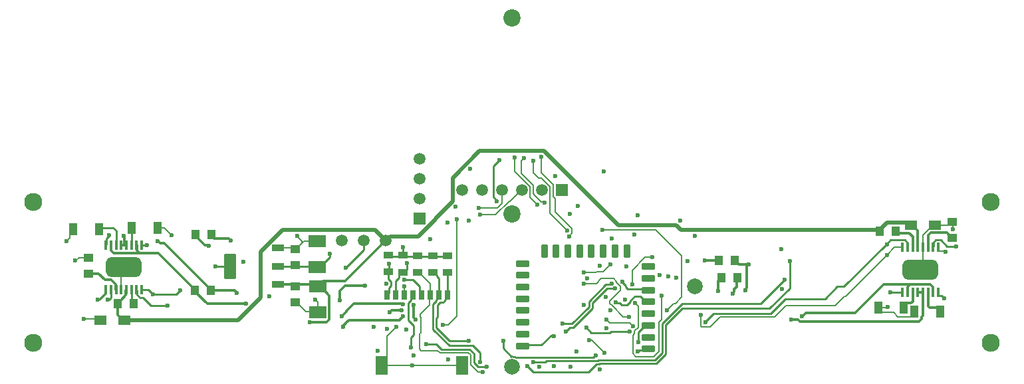
<source format=gbl>
G04*
G04 #@! TF.GenerationSoftware,Altium Limited,Altium Designer,21.3.2 (30)*
G04*
G04 Layer_Physical_Order=4*
G04 Layer_Color=16711680*
%FSLAX43Y43*%
%MOMM*%
G71*
G04*
G04 #@! TF.SameCoordinates,FC902942-77D8-4BC3-8EBF-9AFE0F54990F*
G04*
G04*
G04 #@! TF.FilePolarity,Positive*
G04*
G01*
G75*
%ADD16C,0.203*%
%ADD18R,1.067X1.524*%
%ADD19R,1.270X1.016*%
%ADD30R,1.270X0.889*%
%ADD32R,1.016X1.270*%
%ADD68C,0.254*%
%ADD69C,0.305*%
%ADD70C,0.508*%
%ADD71C,1.500*%
%ADD72C,2.000*%
%ADD73C,2.200*%
%ADD74C,2.300*%
%ADD75C,2.300*%
%ADD76C,0.700*%
%ADD77R,1.500X1.500*%
%ADD78R,1.500X1.500*%
%ADD79C,0.600*%
G04:AMPARAMS|DCode=80|XSize=0.9mm|YSize=1.7mm|CornerRadius=0.225mm|HoleSize=0mm|Usage=FLASHONLY|Rotation=270.000|XOffset=0mm|YOffset=0mm|HoleType=Round|Shape=RoundedRectangle|*
%AMROUNDEDRECTD80*
21,1,0.900,1.250,0,0,270.0*
21,1,0.450,1.700,0,0,270.0*
1,1,0.450,-0.625,-0.225*
1,1,0.450,-0.625,0.225*
1,1,0.450,0.625,0.225*
1,1,0.450,0.625,-0.225*
%
%ADD80ROUNDEDRECTD80*%
G04:AMPARAMS|DCode=81|XSize=0.9mm|YSize=1.7mm|CornerRadius=0.225mm|HoleSize=0mm|Usage=FLASHONLY|Rotation=0.000|XOffset=0mm|YOffset=0mm|HoleType=Round|Shape=RoundedRectangle|*
%AMROUNDEDRECTD81*
21,1,0.900,1.250,0,0,0.0*
21,1,0.450,1.700,0,0,0.0*
1,1,0.450,0.225,-0.625*
1,1,0.450,-0.225,-0.625*
1,1,0.450,-0.225,0.625*
1,1,0.450,0.225,0.625*
%
%ADD81ROUNDEDRECTD81*%
%ADD82R,1.500X2.400*%
%ADD83R,0.800X1.300*%
G04:AMPARAMS|DCode=84|XSize=0.9mm|YSize=1.45mm|CornerRadius=0.05mm|HoleSize=0mm|Usage=FLASHONLY|Rotation=90.000|XOffset=0mm|YOffset=0mm|HoleType=Round|Shape=RoundedRectangle|*
%AMROUNDEDRECTD84*
21,1,0.900,1.351,0,0,90.0*
21,1,0.801,1.450,0,0,90.0*
1,1,0.099,0.676,0.401*
1,1,0.099,0.676,-0.401*
1,1,0.099,-0.676,-0.401*
1,1,0.099,-0.676,0.401*
%
%ADD84ROUNDEDRECTD84*%
G04:AMPARAMS|DCode=85|XSize=3.15mm|YSize=1.45mm|CornerRadius=0.051mm|HoleSize=0mm|Usage=FLASHONLY|Rotation=90.000|XOffset=0mm|YOffset=0mm|HoleType=Round|Shape=RoundedRectangle|*
%AMROUNDEDRECTD85*
21,1,3.150,1.349,0,0,90.0*
21,1,3.049,1.450,0,0,90.0*
1,1,0.102,0.674,1.524*
1,1,0.102,0.674,-1.524*
1,1,0.102,-0.674,-1.524*
1,1,0.102,-0.674,1.524*
%
%ADD85ROUNDEDRECTD85*%
G04:AMPARAMS|DCode=86|XSize=2.5mm|YSize=4.5mm|CornerRadius=0.625mm|HoleSize=0mm|Usage=FLASHONLY|Rotation=90.000|XOffset=0mm|YOffset=0mm|HoleType=Round|Shape=RoundedRectangle|*
%AMROUNDEDRECTD86*
21,1,2.500,3.250,0,0,90.0*
21,1,1.250,4.500,0,0,90.0*
1,1,1.250,1.625,0.625*
1,1,1.250,1.625,-0.625*
1,1,1.250,-1.625,-0.625*
1,1,1.250,-1.625,0.625*
%
%ADD86ROUNDEDRECTD86*%
G04:AMPARAMS|DCode=87|XSize=0.4mm|YSize=1.2mm|CornerRadius=0.05mm|HoleSize=0mm|Usage=FLASHONLY|Rotation=0.000|XOffset=0mm|YOffset=0mm|HoleType=Round|Shape=RoundedRectangle|*
%AMROUNDEDRECTD87*
21,1,0.400,1.100,0,0,0.0*
21,1,0.300,1.200,0,0,0.0*
1,1,0.100,0.150,-0.550*
1,1,0.100,-0.150,-0.550*
1,1,0.100,-0.150,0.550*
1,1,0.100,0.150,0.550*
%
%ADD87ROUNDEDRECTD87*%
%ADD88R,2.286X1.626*%
%ADD89R,1.575X1.219*%
D16*
X45715Y50650D02*
X52110D01*
X32151Y57494D02*
X33656D01*
X33700Y57450D01*
X77111Y52467D02*
Y56168D01*
X77450Y56507D02*
Y59551D01*
X77111Y56168D02*
X77450Y56507D01*
X76431Y51786D02*
X77111Y52467D01*
X70013Y67955D02*
X76710D01*
X80055Y64610D01*
X69992Y67975D02*
X70013Y67955D01*
X67561Y61100D02*
X69203D01*
X67553Y61092D02*
X67561Y61100D01*
X67574Y62520D02*
X69120D01*
X71705Y61201D02*
Y61351D01*
X67553Y62541D02*
X67574Y62520D01*
X69808Y61705D02*
X71351D01*
X71705Y61351D01*
Y61201D02*
X72205Y60701D01*
X69203Y61100D02*
X69808Y61705D01*
X74110Y58579D02*
X74500Y58190D01*
X74110Y58579D02*
Y58655D01*
X74500Y55507D02*
Y58190D01*
X70900Y58554D02*
Y58895D01*
Y58554D02*
X71199Y58255D01*
X71201D01*
X72617Y56839D01*
X73319D01*
X68220Y53846D02*
X68611D01*
X70170Y52287D01*
X56551Y70751D02*
X57150Y71350D01*
X50329Y55800D02*
X51450Y56921D01*
X49639Y55800D02*
X50329D01*
X51450Y56921D02*
Y69300D01*
X112798Y65252D02*
X113648D01*
Y65098D02*
Y65252D01*
X73750Y62795D02*
X75405Y64450D01*
X76300D01*
X59650Y76750D02*
X60000Y77100D01*
X59650Y75106D02*
Y76750D01*
Y75106D02*
X61175Y73581D01*
X58800Y75382D02*
X60127Y74055D01*
X60745Y72083D02*
Y73437D01*
X60127Y74055D02*
X60127D01*
X60745Y73437D01*
X58800Y75382D02*
Y77150D01*
X61175Y72563D02*
Y73581D01*
X61200Y72450D02*
Y72538D01*
X61175Y72563D02*
X61200Y72538D01*
Y72450D02*
X62184Y71466D01*
X61647Y71148D02*
Y71181D01*
X60745Y72083D02*
X61647Y71181D01*
X62534Y71466D02*
X62610Y71390D01*
X62184Y71466D02*
X62534D01*
X73750Y60980D02*
Y62795D01*
X78185Y57707D02*
X79048Y58570D01*
X78152Y57707D02*
X78185D01*
X82588Y55550D02*
X83700D01*
X63950Y70205D02*
Y71889D01*
X66100Y67505D02*
Y68055D01*
X63950Y70205D02*
X66100Y68055D01*
X69200Y62600D02*
X70050D01*
X70950Y63500D01*
X69120Y62520D02*
X69200Y62600D01*
X46869Y52558D02*
X48982D01*
X49290Y52250D01*
X52887D01*
X46645Y52782D02*
X46869Y52558D01*
X52887Y52250D02*
X53162Y51975D01*
Y50727D02*
Y51975D01*
Y50727D02*
X54102Y49786D01*
X54747D01*
X44694Y59692D02*
Y60752D01*
Y59692D02*
X44737Y59650D01*
X70450Y56500D02*
X70863Y56087D01*
X73397D01*
X73810Y55673D01*
X46750Y56805D02*
X46800Y56755D01*
X46645Y54691D02*
X46800Y54846D01*
X46645Y52782D02*
Y54691D01*
X46800Y54846D02*
Y56755D01*
X74208Y51786D02*
X76431D01*
X73845Y54476D02*
X74054Y54685D01*
X73845Y52149D02*
Y54476D01*
Y52149D02*
X74208Y51786D01*
X74054Y54685D02*
Y55061D01*
X74500Y55507D01*
X70900Y58895D02*
X72205Y60199D01*
Y60701D01*
X80055Y59361D02*
Y64610D01*
X79048Y58570D02*
X79264D01*
X80055Y59361D01*
X82469Y55669D02*
Y57061D01*
X82461Y57069D02*
X82469Y57061D01*
X31097Y67072D02*
X31713Y66455D01*
X31097Y67072D02*
Y67193D01*
X31713Y66237D02*
Y66455D01*
X65700Y67105D02*
X66100Y67505D01*
X65700Y67050D02*
Y67105D01*
X54200Y70751D02*
X56551D01*
X57150Y71350D02*
Y73000D01*
X54401Y69850D02*
X56363D01*
X58077Y71564D01*
X41850Y50650D02*
X52110D01*
X114550Y68022D02*
Y68882D01*
X114450Y68982D02*
X114550Y68882D01*
X106250Y58050D02*
X106300Y58100D01*
X105150Y58050D02*
X106250D01*
X33350Y59050D02*
X33700Y58700D01*
Y57450D02*
Y58700D01*
X46750Y56805D02*
Y57200D01*
X31713Y66237D02*
X31927Y66450D01*
X30927Y65450D02*
X31713Y66237D01*
X30977Y58668D02*
X32151Y57494D01*
X3950Y56550D02*
X5900D01*
X6000Y56450D01*
X1700Y66450D02*
X2167Y66917D01*
Y67467D02*
X2700Y68000D01*
X2167Y66917D02*
Y67467D01*
X2905Y64000D02*
X3305Y64400D01*
X4500D01*
X2850Y64000D02*
X2905D01*
X14150Y68200D02*
X15100Y67250D01*
X13200Y68200D02*
X14150D01*
X30850Y58668D02*
X30977D01*
X42498Y54348D02*
X43700Y55550D01*
X42498Y51298D02*
Y54348D01*
X41850Y50650D02*
X42498Y51298D01*
X30650Y65600D02*
X30800Y65450D01*
X28675Y65600D02*
X30650D01*
X31927Y66450D02*
X33650D01*
X30800Y65450D02*
X30927D01*
X83700Y55550D02*
X84950Y56800D01*
X82469Y55669D02*
X82588Y55550D01*
X84950Y56800D02*
X91850D01*
X93350Y58300D02*
X95600D01*
X95650Y58250D01*
X91850Y56800D02*
X93350Y58300D01*
X105150Y57720D02*
X105480Y57390D01*
X107585Y56800D02*
X109100D01*
X105150Y57720D02*
Y58050D01*
X105480Y57390D02*
X106995D01*
X107585Y56800D01*
X109267Y56840D02*
X109800Y57373D01*
X109140Y56840D02*
X109267D01*
X109800Y57373D02*
Y57500D01*
X109100Y56800D02*
X109140Y56840D01*
X113891Y68550D02*
X114323Y68982D01*
X114450D01*
X112250Y68550D02*
X113891D01*
X95650Y58250D02*
X99550D01*
X100800Y59500D01*
X100950D01*
X106200Y64750D01*
X110425Y63619D02*
X110750Y63944D01*
Y65700D01*
X110425Y63485D02*
Y63619D01*
X107150Y65700D02*
X108150D01*
X106200Y64750D02*
X107150Y65700D01*
X112700Y65350D02*
X112798Y65252D01*
X112700Y65350D02*
Y65700D01*
X110750Y67228D02*
X112072Y68550D01*
X110750Y65700D02*
Y67228D01*
X112072Y68550D02*
X112250D01*
X58214Y71564D02*
X59650Y73000D01*
X59690D01*
X58077Y71564D02*
X58214D01*
X61145Y75205D02*
Y76702D01*
Y75205D02*
X61800Y74550D01*
X62150Y75200D02*
Y77216D01*
Y75200D02*
X63700Y73650D01*
X62172Y74550D02*
X63285Y73437D01*
X63700Y72139D02*
X63950Y71889D01*
X63700Y72139D02*
Y73650D01*
X63285Y71761D02*
Y73437D01*
X61800Y74550D02*
X62172D01*
X63250Y70050D02*
Y71726D01*
X63285Y71761D01*
X63250Y70050D02*
X65445Y67855D01*
X47918Y59532D02*
X48037Y59650D01*
X46750Y57200D02*
X47918Y58368D01*
Y59532D01*
X48037Y59650D02*
Y61080D01*
X46583Y62534D02*
X48037Y61080D01*
X46456Y62534D02*
X46583D01*
X8675Y62825D02*
X9000Y63150D01*
X8675Y60300D02*
Y62825D01*
D18*
X5850Y68000D02*
D03*
X2598D02*
D03*
X108300Y58050D02*
D03*
X105048D02*
D03*
X10050Y68200D02*
D03*
X13302D02*
D03*
X112950Y57500D02*
D03*
X109698D02*
D03*
D19*
X114450Y66950D02*
D03*
Y68982D02*
D03*
X30800Y63418D02*
D03*
Y65450D02*
D03*
X30850Y60700D02*
D03*
Y58668D02*
D03*
X4500Y64400D02*
D03*
Y62368D02*
D03*
D30*
X44576Y64679D02*
D03*
Y62521D02*
D03*
X42696Y64712D02*
D03*
Y62553D02*
D03*
X50215Y64630D02*
D03*
Y62471D02*
D03*
X48335Y64630D02*
D03*
Y62471D02*
D03*
X46456Y64630D02*
D03*
Y62471D02*
D03*
D32*
X84768Y64050D02*
D03*
X86800D02*
D03*
X87100Y61800D02*
D03*
X85068D02*
D03*
X20100Y60200D02*
D03*
X18068D02*
D03*
X18150Y67300D02*
D03*
X20182D02*
D03*
X107250Y67800D02*
D03*
X105218D02*
D03*
X8200Y58500D02*
D03*
X10232D02*
D03*
D68*
X58820Y51712D02*
G03*
X58370Y51780I-420J-1262D01*
G01*
X58820Y51712D02*
G03*
X58896Y51700I78J242D01*
G01*
X39525Y66575D02*
X39550Y66600D01*
X37250Y63100D02*
X39525Y65375D01*
Y66575D01*
X77543Y55989D02*
X80104Y58550D01*
X78000Y55800D02*
X80100Y57900D01*
X76610Y51354D02*
X77543Y52288D01*
X78000Y52099D02*
Y55800D01*
X76799Y50897D02*
X78000Y52099D01*
X77543Y52288D02*
Y55989D01*
X80104Y58550D02*
X90109D01*
X92539Y60980D01*
X80100Y57900D02*
X91241D01*
X93800Y60459D02*
Y63950D01*
X92539Y60980D02*
X92580D01*
X93150Y61550D01*
X91241Y57900D02*
X93800Y60459D01*
X42696Y61679D02*
Y62616D01*
Y61679D02*
X43030Y61345D01*
X42530Y59636D02*
X42803Y59909D01*
Y60562D01*
X43030Y60789D01*
Y61345D01*
X63684Y54466D02*
X63750Y54400D01*
X63450Y54500D02*
X63484Y54466D01*
X63684D01*
X62200Y53250D02*
X63450Y54500D01*
X60412Y50588D02*
X61180Y49820D01*
X68184D02*
X69150Y50786D01*
X61180Y49820D02*
X68184D01*
X69334Y51243D02*
X69446Y51354D01*
X69006Y51900D02*
X69100D01*
X62861Y51243D02*
X69334D01*
X68806Y51700D02*
X69006Y51900D01*
X58896Y51700D02*
X68806D01*
X61112Y51070D02*
X61122Y51080D01*
X62698D02*
X62861Y51243D01*
X61122Y51080D02*
X62698D01*
X72412Y58400D02*
X73107D01*
X73494Y58788D02*
Y58930D01*
X73107Y58400D02*
X73494Y58788D01*
X74064Y59500D02*
X74743D01*
X73494Y58930D02*
X74064Y59500D01*
X69150Y50786D02*
X69524D01*
X69635Y50897D02*
X76799D01*
X69524Y50786D02*
X69635Y50897D01*
X71671Y58639D02*
X72174D01*
X72412Y58400D01*
X71604Y58705D02*
X71671Y58639D01*
X70548Y60450D02*
X71600D01*
X70402Y60951D02*
X70850D01*
X68230Y58779D02*
X70402Y60951D01*
X66041Y55950D02*
X68230Y58139D01*
Y58779D01*
X68687Y57950D02*
Y58590D01*
X66231Y55493D02*
X68687Y57950D01*
X64850Y55950D02*
X66041D01*
X65843Y55493D02*
X66231D01*
X68687Y58590D02*
X70548Y60450D01*
X42696Y62616D02*
X42777Y62697D01*
X56070Y72124D02*
Y76070D01*
X56800Y76800D01*
X42777Y62697D02*
Y63577D01*
X56500Y71600D02*
Y71694D01*
X113833Y65800D02*
X114960D01*
X113006Y66627D02*
X113833Y65800D01*
X106069Y66100D02*
X106150D01*
X106050D02*
X106069D01*
X106596Y66627D01*
X100669Y60700D02*
X106069Y66100D01*
X73201Y60350D02*
X75800D01*
X67900Y55450D02*
X68550Y54800D01*
X70900D01*
X71036Y54936D01*
X73449D01*
X47512Y53350D02*
X48800D01*
X47500Y53338D02*
X47512Y53350D01*
X48800D02*
X49450Y52700D01*
X53050D01*
X53605Y52145D01*
X50453Y53800D02*
X52900D01*
X50437Y53170D02*
X53430D01*
X48344Y55264D02*
X50437Y53170D01*
X53430D02*
X54348Y52252D01*
X53605Y51000D02*
Y52145D01*
Y51000D02*
X54115Y50490D01*
X54133D01*
X54162Y50462D01*
X54348Y51148D02*
Y52252D01*
Y51148D02*
X54376Y51120D01*
X54162Y50462D02*
X55188D01*
X44694Y61573D02*
X45827D01*
X45220Y58600D02*
X45564Y58944D01*
Y59377D01*
X45220Y56430D02*
Y58600D01*
Y56430D02*
X45879Y55771D01*
X59800Y53150D02*
X59900Y53250D01*
X62200D01*
X74731Y52588D02*
X75537D01*
X69446Y51354D02*
X76610D01*
X74550Y53600D02*
Y54900D01*
X75123Y55473D01*
Y55850D01*
X74543Y52400D02*
X74731Y52588D01*
X74450Y52400D02*
X74543D01*
X72907Y60644D02*
Y60823D01*
X72458Y61272D02*
Y61337D01*
X72907Y60644D02*
X73201Y60350D01*
X72458Y61272D02*
X72907Y60823D01*
X74743Y59500D02*
X75393Y58850D01*
X75800D01*
X65300Y54950D02*
X65843Y55493D01*
X57300Y52850D02*
X58370Y51780D01*
X57300Y52850D02*
Y53750D01*
X75537Y52588D02*
X75800Y52850D01*
X8870Y56450D02*
X9048D01*
X56070Y72124D02*
X56500Y71694D01*
X106650Y60000D02*
X108150D01*
X113173Y59527D02*
X113475Y59225D01*
X112700Y59600D02*
X112773Y59527D01*
X113173D01*
X112700Y59600D02*
Y60000D01*
X45827Y61573D02*
X46664Y60736D01*
X45550Y54217D02*
X45879Y54547D01*
Y55771D01*
X45550Y52900D02*
Y54217D01*
X28675Y63300D02*
X33498D01*
X35250Y64418D02*
Y64850D01*
X33980Y63148D02*
X35250Y64418D01*
X33650Y63148D02*
X33980D01*
X20697Y63300D02*
X22525D01*
X15687Y59750D02*
X16187Y60250D01*
X12756Y59750D02*
X15687D01*
X13500Y58300D02*
X14550D01*
X13450Y58250D02*
X13500Y58300D01*
X42778Y64566D02*
X46456D01*
X83100Y56271D02*
X84107Y57278D01*
X83100Y56200D02*
Y56271D01*
X84107Y57278D02*
X91378D01*
X93250Y59150D01*
X98300D01*
X99850Y60700D01*
X100669D01*
X108727Y65773D02*
Y66356D01*
X106596Y66627D02*
X108456D01*
X108727Y65773D02*
X108800Y65700D01*
X108456Y66627D02*
X108727Y66356D01*
X112394Y66627D02*
X113006D01*
X112050Y65700D02*
X112123Y65773D01*
Y66356D01*
X112394Y66627D01*
X48801Y56665D02*
X48950Y56814D01*
X48801Y55453D02*
Y56665D01*
Y55453D02*
X50453Y53800D01*
X48344Y56854D02*
X48350Y56860D01*
X48344Y55264D02*
Y56854D01*
X48350Y56860D02*
Y58451D01*
X48950Y56814D02*
Y58363D01*
X49260Y58673D01*
X49672D01*
X49864Y58865D02*
Y59027D01*
X49672Y58673D02*
X49864Y58865D01*
Y59027D02*
X50237Y59400D01*
Y59650D01*
X49137Y59400D02*
Y61733D01*
X48764Y58865D02*
Y59027D01*
X49137Y59400D01*
X48350Y58451D02*
X48764Y58865D01*
X44576Y64616D02*
Y65726D01*
X46664Y59923D02*
Y60736D01*
Y59923D02*
X46937Y59650D01*
X45049Y63700D02*
X45081Y63668D01*
X44576Y62584D02*
X44827D01*
X44449D02*
X44576D01*
X44827D02*
X45081Y62838D01*
Y63668D01*
X45049Y63700D02*
X45081Y63732D01*
X48335Y64566D02*
X50215D01*
X46456D02*
X48335D01*
X42696Y64648D02*
X42778Y64566D01*
X50215Y59671D02*
Y62534D01*
Y59671D02*
X50237Y59650D01*
X48335Y62534D02*
X48462D01*
X48843Y62153D01*
Y62026D02*
Y62153D01*
Y62026D02*
X49137Y61733D01*
X43637Y59650D02*
Y61437D01*
X44068Y61868D01*
Y62203D02*
X44449Y62584D01*
X44068Y61868D02*
Y62203D01*
X45564Y59377D02*
X45837Y59650D01*
X33498Y63300D02*
X33650Y63148D01*
X12450Y58250D02*
X13450D01*
X12695Y59689D02*
X12756Y59750D01*
X11275Y60300D02*
X12084D01*
X12695Y59689D01*
X6725Y59900D02*
Y60300D01*
X5941Y59116D02*
X6725Y59900D01*
X11430Y59270D02*
X12450Y58250D01*
X11067Y59270D02*
X11430D01*
X10698Y59639D02*
X11067Y59270D01*
X10698Y59639D02*
Y60227D01*
X10625Y60300D02*
X10698Y60227D01*
X7000Y59000D02*
X7100D01*
X7375Y59275D01*
Y60300D01*
X9975Y58757D02*
Y60300D01*
Y58757D02*
X10232Y58500D01*
X6798Y66073D02*
Y66804D01*
X6725Y66000D02*
X6798Y66073D01*
Y66804D02*
X7150Y67156D01*
Y67250D01*
X11275Y66000D02*
X11950D01*
X9975Y68023D02*
X10152Y68200D01*
X9975Y66000D02*
Y68023D01*
X5948Y68200D02*
X7650D01*
X5748Y68000D02*
X5948Y68200D01*
X8025Y66000D02*
Y67825D01*
X7650Y68200D02*
X8025Y67825D01*
D69*
X37225Y60800D02*
X39700D01*
X36539Y60114D02*
X37225Y60800D01*
X36539Y58940D02*
Y60114D01*
X42950Y57471D02*
Y57495D01*
X42876Y57397D02*
X42950Y57471D01*
X37700Y56450D02*
X44109D01*
X37387Y56137D02*
X37700Y56450D01*
X44109D02*
X44590Y56931D01*
X42950Y57495D02*
X43151Y57696D01*
X44347D01*
X37343Y57493D02*
Y57593D01*
X36750Y56900D02*
X37343Y57493D01*
X37387Y56117D02*
Y56137D01*
X36900Y55630D02*
X37387Y56117D01*
X36900Y55550D02*
Y55630D01*
X37343Y57593D02*
X38268Y58518D01*
X32740Y56134D02*
X34838D01*
X35195Y56491D01*
Y59587D01*
X34030Y60752D02*
X35195Y59587D01*
X30850Y60700D02*
Y61000D01*
Y60700D02*
Y61000D01*
X45896Y56788D02*
Y58304D01*
Y56788D02*
X46195Y56489D01*
X38268Y58518D02*
X44263D01*
X30850Y60700D02*
Y61000D01*
X95078Y56256D02*
X110248D01*
X94815Y56519D02*
X95078Y56256D01*
X94031Y56519D02*
X94815D01*
X23100Y60200D02*
X23400Y59900D01*
X20100Y60200D02*
X23100D01*
X13426Y66500D02*
X13676Y66250D01*
X14177D01*
X13350Y66500D02*
X13426D01*
X14177Y66250D02*
X20100Y60327D01*
X9050Y66000D02*
Y67100D01*
X86550Y59800D02*
Y59880D01*
X34360Y61412D02*
X37162D01*
X42350Y66600D01*
X30850Y60700D02*
Y61000D01*
X33700Y60752D02*
X33783Y60835D01*
X34360Y61412D01*
X30850Y61000D02*
X33617D01*
X18068Y60073D02*
Y60200D01*
Y60073D02*
X19641Y58500D01*
X24543D01*
X22366Y66817D02*
X22620Y66563D01*
X20538Y66817D02*
X22366D01*
X20100Y60200D02*
Y60327D01*
X13395Y65000D02*
X18068Y60327D01*
X11006Y65000D02*
X13395D01*
X18068Y60200D02*
Y60327D01*
X20182Y67173D02*
X20538Y66817D01*
X20182Y67173D02*
Y67300D01*
X18150Y67173D02*
X19359Y65964D01*
X19801D02*
X19857Y65907D01*
X18150Y67173D02*
Y67300D01*
X19359Y65964D02*
X19801D01*
X87050Y61750D02*
X87100Y61800D01*
X86750Y60358D02*
X87050Y60658D01*
Y61750D01*
X86550Y59880D02*
X86750Y60080D01*
Y60358D01*
X88350Y60530D02*
Y63270D01*
X88150Y60330D02*
X88350Y60530D01*
X88150Y60250D02*
Y60330D01*
X110248Y56256D02*
X110584Y56592D01*
X95869Y57350D02*
X102150D01*
X95430Y56911D02*
X95869Y57350D01*
X95350Y56911D02*
X95430D01*
X84712Y61444D02*
X85068Y61800D01*
X84712Y60212D02*
Y61444D01*
X83018Y64050D02*
X84768D01*
X87300Y63550D02*
X88550D01*
X87283Y63567D02*
X87300Y63550D01*
X86800Y63923D02*
Y64050D01*
Y63923D02*
X87156Y63567D01*
X87283D01*
X107250Y67800D02*
X107550Y67500D01*
X107582D01*
X109450Y65700D02*
Y67050D01*
X109000Y67500D02*
X109450Y67050D01*
X107582Y67500D02*
X109000D01*
X28675Y61000D02*
X30850D01*
X102150Y57350D02*
X105752Y60952D01*
X109133D01*
X110584Y56592D02*
Y56834D01*
X110750Y57000D01*
Y60000D01*
X112848Y57500D02*
X112898D01*
X111400Y58188D02*
Y60000D01*
Y58188D02*
X111579Y58010D01*
X112619D01*
X112898Y57730D01*
Y57500D02*
Y57730D01*
X109271Y58614D02*
X109450Y58793D01*
X108665Y58614D02*
X109271D01*
X108349Y58299D02*
X108665Y58614D01*
X109450Y58793D02*
Y60000D01*
X108198Y58050D02*
X108349Y58201D01*
Y58299D01*
X108800Y60000D02*
X108848Y60048D01*
Y60667D01*
X109133Y60952D01*
X111717D01*
X112002Y60667D01*
Y60048D02*
Y60667D01*
Y60048D02*
X112050Y60000D01*
X110100D02*
X110750D01*
X111400Y65700D02*
Y67232D01*
X111756Y67588D01*
X113967Y67306D02*
X114323Y66950D01*
X113183Y67588D02*
X113195Y67600D01*
X113789D02*
X113967Y67421D01*
X114323Y66950D02*
X114450D01*
X111756Y67588D02*
X113183D01*
X113967Y67306D02*
Y67421D01*
X113195Y67600D02*
X113789D01*
X109202Y68550D02*
X109380D01*
X110100Y65700D02*
Y67830D01*
X109380Y68550D02*
X110100Y67830D01*
X33783Y60835D02*
X33865Y60752D01*
X33617Y61000D02*
X33783Y60835D01*
X33865Y60752D02*
X34030D01*
X8200Y57120D02*
X8870Y56450D01*
X8200Y57120D02*
Y58500D01*
X5779Y62368D02*
X6600Y61548D01*
X4500Y62368D02*
X5779D01*
X7977Y60348D02*
X8025Y60300D01*
X7977Y60348D02*
Y60967D01*
X7396Y61548D02*
X7977Y60967D01*
X6600Y61548D02*
X7396D01*
X9277Y59633D02*
Y60252D01*
X8627Y58983D02*
X9277Y59633D01*
X8556Y58983D02*
X8627D01*
X8200Y58627D02*
X8556Y58983D01*
X8200Y58500D02*
Y58627D01*
X9277Y60252D02*
X9325Y60300D01*
X8675Y66000D02*
X9050D01*
X9000Y67150D02*
X9050Y67100D01*
X7756Y65000D02*
X11006D01*
X10673Y65333D02*
Y65952D01*
Y65333D02*
X11006Y65000D01*
X10625Y66000D02*
X10673Y65952D01*
X7423Y65333D02*
X7756Y65000D01*
X7375Y66000D02*
X7423Y65952D01*
Y65333D02*
Y65952D01*
D70*
X71987Y68513D02*
X79366D01*
X79937Y67942D01*
X105076D02*
X105218Y67800D01*
X79937Y67942D02*
X105076D01*
X62527Y77973D02*
X71987Y68513D01*
X50863Y71534D02*
Y74534D01*
X54302Y77973D02*
X62527D01*
X50863Y74534D02*
X54302Y77973D01*
X46477Y67050D02*
X48670Y69243D01*
Y69341D01*
X50863Y71534D01*
X42933Y67050D02*
X46477D01*
X29238Y67951D02*
X40999D01*
X26401Y65114D02*
X29238Y67951D01*
X40999D02*
X42350Y66600D01*
X42483D02*
X42933Y67050D01*
X42350Y66600D02*
X42483D01*
X8870Y56450D02*
X23564D01*
X26401Y59287D02*
Y65114D01*
X23564Y56450D02*
X26401Y59287D01*
X108863Y68889D02*
X109202Y68550D01*
X106180Y68889D02*
X108863D01*
X105218Y67927D02*
X106180Y68889D01*
D71*
X42350Y66600D02*
D03*
X36750D02*
D03*
X39550D02*
D03*
X46650Y76990D02*
D03*
Y74450D02*
D03*
Y71910D02*
D03*
X62230Y73000D02*
D03*
X59690D02*
D03*
X57150D02*
D03*
X54610D02*
D03*
X52070D02*
D03*
D72*
X81750Y60750D02*
D03*
X58400Y50450D02*
D03*
D73*
X58450Y94950D02*
D03*
Y69950D02*
D03*
D74*
X119400Y71500D02*
D03*
Y53500D02*
D03*
D75*
X-2500D02*
D03*
Y71500D02*
D03*
D76*
X109028Y63485D02*
D03*
Y62215D02*
D03*
X110425Y63485D02*
D03*
Y62215D02*
D03*
X111949Y63485D02*
D03*
Y62342D02*
D03*
X10397Y62515D02*
D03*
Y63785D02*
D03*
X9000Y62515D02*
D03*
Y63785D02*
D03*
X7476Y62515D02*
D03*
Y63658D02*
D03*
D77*
X46650Y69370D02*
D03*
D78*
X64770Y73000D02*
D03*
D79*
X37250Y63100D02*
D03*
X39700Y60800D02*
D03*
X36539Y58940D02*
D03*
X40850Y55550D02*
D03*
X42876Y57397D02*
D03*
X44347Y57696D02*
D03*
X44590Y56931D02*
D03*
X36900Y55550D02*
D03*
X36750Y56900D02*
D03*
X32740Y56134D02*
D03*
X45896Y58384D02*
D03*
X44590Y58462D02*
D03*
X46195Y56489D02*
D03*
X42550Y55300D02*
D03*
X41350Y52532D02*
D03*
X74037Y67350D02*
D03*
X92800Y60350D02*
D03*
X80750Y63950D02*
D03*
X53100Y75700D02*
D03*
X51250Y70850D02*
D03*
X42400Y61050D02*
D03*
X63750Y54400D02*
D03*
X65850Y50450D02*
D03*
X63800Y50600D02*
D03*
X67963Y61783D02*
D03*
X67553Y61092D02*
D03*
Y62541D02*
D03*
X74110Y58655D02*
D03*
X72864Y59049D02*
D03*
X66650Y52450D02*
D03*
X69650Y50150D02*
D03*
X70950Y57650D02*
D03*
X71604Y58705D02*
D03*
X70350Y59361D02*
D03*
X45715Y50650D02*
D03*
X68220Y53846D02*
D03*
X73319Y56839D02*
D03*
X14550Y58300D02*
D03*
X95350Y56911D02*
D03*
X70170Y52287D02*
D03*
X42777Y63577D02*
D03*
X56800Y76800D02*
D03*
X16187Y60250D02*
D03*
X94031Y56519D02*
D03*
X62150Y77216D02*
D03*
X56500Y71600D02*
D03*
X54401Y69850D02*
D03*
X51450Y69300D02*
D03*
X49639Y55800D02*
D03*
X22620Y66563D02*
D03*
X19857Y65907D02*
D03*
X77450Y59551D02*
D03*
X7000Y59000D02*
D03*
X5700Y59050D02*
D03*
X23400Y59900D02*
D03*
X13350Y66500D02*
D03*
X9000Y67150D02*
D03*
X113648Y65098D02*
D03*
X106150Y66100D02*
D03*
X114960Y65800D02*
D03*
X79387Y61814D02*
D03*
X78350Y62000D02*
D03*
X77250Y62200D02*
D03*
X76300Y64450D02*
D03*
X60000Y77100D02*
D03*
X61647Y71148D02*
D03*
X62610Y71390D02*
D03*
X73750Y60980D02*
D03*
X78152Y57707D02*
D03*
X73810Y55673D02*
D03*
X83100Y56200D02*
D03*
X73449Y54936D02*
D03*
X82461Y57069D02*
D03*
X86550Y59800D02*
D03*
X69929Y67941D02*
D03*
X65445Y67855D02*
D03*
X65700Y67050D02*
D03*
X69585Y63390D02*
D03*
X70950Y63500D02*
D03*
X84700Y60120D02*
D03*
X93150Y61550D02*
D03*
X93800Y63950D02*
D03*
X88550Y63550D02*
D03*
X83018Y64050D02*
D03*
X24543Y58500D02*
D03*
X70444Y55430D02*
D03*
X67900Y55450D02*
D03*
X45550Y52900D02*
D03*
X47500Y53338D02*
D03*
X52900Y53800D02*
D03*
X54376Y51120D02*
D03*
X61112Y51070D02*
D03*
X60412Y50588D02*
D03*
X55188Y50462D02*
D03*
X54747Y49786D02*
D03*
X44694Y61573D02*
D03*
Y60752D02*
D03*
X61145Y76702D02*
D03*
X70450Y56500D02*
D03*
X58800Y77150D02*
D03*
X54200Y70751D02*
D03*
X74550Y53600D02*
D03*
X74450Y52400D02*
D03*
X71600Y60450D02*
D03*
X72458Y61337D02*
D03*
X71100Y61100D02*
D03*
X64850Y55950D02*
D03*
X65300Y54950D02*
D03*
X57300Y53750D02*
D03*
X69100Y51900D02*
D03*
X31097Y67193D02*
D03*
X52903Y69073D02*
D03*
X79850Y69100D02*
D03*
X71100Y66850D02*
D03*
X66778Y70937D02*
D03*
X106650Y60000D02*
D03*
X113475Y59225D02*
D03*
X114550Y68022D02*
D03*
X106300Y58100D02*
D03*
X65839Y70000D02*
D03*
X70150Y75400D02*
D03*
X74450Y69750D02*
D03*
X73000Y63310D02*
D03*
X50187Y68900D02*
D03*
X44950Y55237D02*
D03*
X45888Y51963D02*
D03*
X50350Y51450D02*
D03*
X24200Y63900D02*
D03*
X27500Y59450D02*
D03*
X33350Y59050D02*
D03*
X35250Y64850D02*
D03*
X20697Y63300D02*
D03*
X3950Y56550D02*
D03*
X1700Y66450D02*
D03*
X2850Y64000D02*
D03*
X15100Y67250D02*
D03*
X43700Y55550D02*
D03*
X88150Y60250D02*
D03*
X92733Y65500D02*
D03*
X106200Y64750D02*
D03*
X61950Y50450D02*
D03*
X44576Y65726D02*
D03*
X63947Y74797D02*
D03*
X48013Y66723D02*
D03*
X45081Y63732D02*
D03*
X67600Y58400D02*
D03*
X81732Y67185D02*
D03*
X12695Y59689D02*
D03*
X7150Y67250D02*
D03*
X11950Y66000D02*
D03*
D80*
X59800Y63650D02*
D03*
Y62150D02*
D03*
Y60650D02*
D03*
Y59150D02*
D03*
Y57650D02*
D03*
Y56150D02*
D03*
Y54650D02*
D03*
Y53150D02*
D03*
X75800Y54250D02*
D03*
Y55750D02*
D03*
Y57250D02*
D03*
Y58750D02*
D03*
Y60250D02*
D03*
Y61750D02*
D03*
Y63250D02*
D03*
Y52750D02*
D03*
D81*
X62550Y65250D02*
D03*
X64050D02*
D03*
X65550D02*
D03*
X67050D02*
D03*
X68550D02*
D03*
X70050D02*
D03*
X71550D02*
D03*
X73050D02*
D03*
D82*
X52110Y50650D02*
D03*
X41850D02*
D03*
D83*
X50237Y59650D02*
D03*
X48037D02*
D03*
X49137D02*
D03*
X46937D02*
D03*
X45837D02*
D03*
X44737D02*
D03*
X43637D02*
D03*
X42530Y59636D02*
D03*
D84*
X28675Y65600D02*
D03*
Y63300D02*
D03*
Y61000D02*
D03*
D85*
X22525Y63300D02*
D03*
D86*
X110425Y62850D02*
D03*
X9000Y63150D02*
D03*
D87*
X112700Y60000D02*
D03*
X112050D02*
D03*
X111400D02*
D03*
X110750D02*
D03*
X110100D02*
D03*
X109450D02*
D03*
X108800D02*
D03*
X108150D02*
D03*
X112700Y65700D02*
D03*
X112050D02*
D03*
X111400D02*
D03*
X110750D02*
D03*
X110100D02*
D03*
X109450D02*
D03*
X108800D02*
D03*
X108150D02*
D03*
X6725Y66000D02*
D03*
X7375D02*
D03*
X8025D02*
D03*
X9975D02*
D03*
X10625D02*
D03*
X11275D02*
D03*
X6725Y60300D02*
D03*
X7375D02*
D03*
X8025D02*
D03*
X8675D02*
D03*
X9325D02*
D03*
X9975D02*
D03*
X10625D02*
D03*
X11275D02*
D03*
X9325Y66000D02*
D03*
X8675D02*
D03*
D88*
X33650Y63148D02*
D03*
Y66450D02*
D03*
X33700Y60752D02*
D03*
Y57450D02*
D03*
D89*
X109202Y68550D02*
D03*
X112250D02*
D03*
X9048Y56450D02*
D03*
X6000D02*
D03*
M02*

</source>
